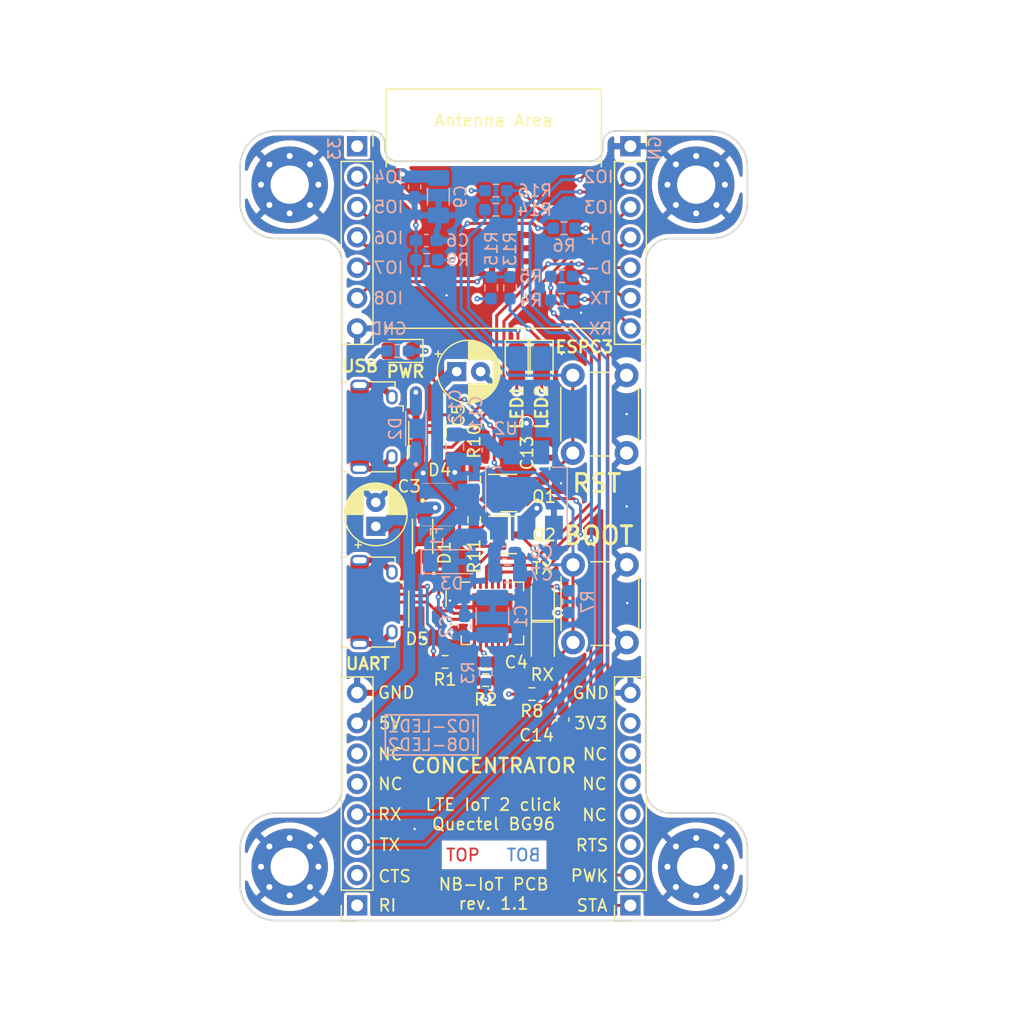
<source format=kicad_pcb>
(kicad_pcb (version 20211014) (generator pcbnew)
  (layers (0 "F.Cu" signal) (1 "In1.Cu" power "GND") (2 "In2.Cu" power "PWR") (31 "B.Cu" signal) (34 "B.Paste" user) (35 "F.Paste" user) (36 "B.SilkS" user "B.Silkscreen") (37 "F.SilkS" user "F.Silkscreen") (38 "B.Mask" user) (39 "F.Mask" user) (44 "Edge.Cuts" user))
  (net 0 "")
  (net 1 "+5V")
  (net 2 "GND")
  (net 3 "+3.3V")
  (net 4 "/EN")
  (net 5 "/GPIO9")
  (net 6 "/USBDP")
  (net 7 "/USBDM")
  (net 8 "VBUS")
  (net 9 "/USB_D-")
  (net 10 "Net-(D8-Pad2)")
  (net 11 "/GPIO3")
  (net 12 "/GPIO10")
  (net 13 "/BG96_RTS")
  (net 17 "/GPIO2")
  (net 18 "/GPIO8")
  (net 19 "/GPIO4")
  (net 20 "/GPIO5")
  (net 21 "/GPIO6")
  (net 22 "/GPIO7")
  (net 23 "/BG96_RI")
  (net 24 "/BG96_CTS")
  (net 25 "/GPIO1")
  (net 26 "/GPIO0")
  (net 29 "Net-(Q2-Pad1)")
  (net 30 "/RTS")
  (net 31 "/DTR")
  (net 32 "Net-(R3-Pad1)")
  (net 33 "/U0RXD")
  (net 34 "/U0TXD")
  (net 41 "Net-(Q1-Pad1)")
  (net 42 "Net-(R4-Pad2)")
  (net 43 "Net-(R5-Pad2)")
  (net 54 "Net-(C4-Pad2)")
  (net 55 "Net-(D6-Pad2)")
  (net 56 "Net-(D6-Pad1)")
  (net 57 "+5V_BG96")
  (net 59 "VBUS2")
  (net 60 "Net-(D7-Pad1)")
  (net 61 "Net-(D7-Pad2)")
  (net 62 "/USB_D+")
  (net 63 "Net-(J3-Pad1)")
  (net 64 "unconnected-(J1-Pad6)")
  (net 65 "unconnected-(J2-Pad6)")
  (net 66 "Net-(R13-Pad2)")
  (net 67 "Net-(LED1-Pad1)")
  (footprint "Connector_USB:USB_Micro-B_Amphenol_10118194_Horizontal" (layer "F.Cu") (at 101.7524 148.463 -90)
    (fp_text reference "J2" hide)
    (fp_text value "USB_UART")
  )
  (footprint "Capacitor_THT:CP_Radial_D5.0mm_P2.00mm" (layer "F.Cu") (at 108.569688 129.1844)
    (fp_text reference "C5")
    (fp_text value "100uF/10V")
  )
  (footprint "Diode_SMD:D_0805_2012Metric_Pad1.15x1.40mm_HandSolder" (layer "F.Cu") (at 113.5888 128.4224 -90)
    (fp_text reference "LED1")
    (fp_text value "USER LED 1")
  )
  (footprint "Diode_SMD:D_0805_2012Metric_Pad1.15x1.40mm_HandSolder" (layer "F.Cu") (at 103.886 127.4572 180)
    (fp_text reference "D8" hide)
    (fp_text value "PWR LED")
  )
  (footprint "Package_TO_SOT_SMD:SOT-23" (layer "F.Cu") (at 112.9284 139.3444)
    (fp_text reference "Q1")
    (fp_text value "BC817")
  )
  (footprint "Resistor_SMD:R_0603_1608Metric_Pad0.98x0.95mm_HandSolder" (layer "F.Cu") (at 110.0328 141.5796 -90)
    (fp_text reference "R11")
    (fp_text value "10k(1%)")
  )
  (footprint "Connector_PinSocket_2.54mm:PinSocket_1x07_P2.54mm_Vertical" (layer "F.Cu") (at 123.1 110.334)
    (fp_text reference "J7" hide)
    (fp_text value "Conn_01x07")
  )
  (footprint "Connector_PinSocket_2.54mm:PinSocket_1x08_P2.54mm_Vertical" (layer "F.Cu") (at 123.1 173.834 180)
    (fp_text reference "J3" hide)
    (fp_text value "Conn_01x08_Female")
  )
  (footprint "Diode_SMD:D_0805_2012Metric_Pad1.15x1.40mm_HandSolder" (layer "F.Cu") (at 115.7732 151.9936 -90)
    (fp_text reference "D7" hide)
    (fp_text value "RX LED")
  )
  (footprint "MountingHole:MountingHole_3.2mm_M3_Pad_Via" (layer "F.Cu") (at 128.6 170.6)
    (fp_text reference "H1" hide)
    (fp_text value "MountingHole_Pad")
  )
  (footprint "MountingHole:MountingHole_3.2mm_M3_Pad_Via" (layer "F.Cu") (at 94.6 170.6)
    (fp_text reference "H2" hide)
    (fp_text value "MountingHole_Pad")
  )
  (footprint "Capacitor_SMD:C_0603_1608Metric_Pad1.08x0.95mm_HandSolder" (layer "F.Cu") (at 115.824 137.2616 -90)
    (fp_text reference "C13")
    (fp_text value "100nF/50V")
  )
  (footprint "Resistor_SMD:R_0603_1608Metric_Pad0.98x0.95mm_HandSolder" (layer "F.Cu") (at 114.8588 156.1592)
    (fp_text reference "R8")
    (fp_text value "1k")
  )
  (footprint "MountingHole:MountingHole_3.2mm_M3_Pad_Via" (layer "F.Cu") (at 94.6 113.55)
    (fp_text reference "H3" hide)
    (fp_text value "MountingHole_Pad")
  )
  (footprint "Package_DFN_QFN:QFN-28-1EP_5x5mm_P0.5mm_EP3.35x3.35mm" (layer "F.Cu") (at 111.5592 149.4028)
    (fp_text reference "U1" hide)
    (fp_text value "CP2102N-Axx-xQFN28")
  )
  (footprint "Diode_SMD:D_0805_2012Metric_Pad1.15x1.40mm_HandSolder" (layer "F.Cu") (at 115.6716 128.4224 -90)
    (fp_text reference "LED2")
    (fp_text value "USER LED 2")
  )
  (footprint "Package_TO_SOT_SMD:SOT-23" (layer "F.Cu") (at 112.9284 142.8496)
    (fp_text reference "Q2")
    (fp_text value "BC817")
  )
  (footprint "MountingHole:MountingHole_3.2mm_M3_Pad_Via" (layer "F.Cu") (at 128.6 113.55)
    (fp_text reference "H4" hide)
    (fp_text value "MountingHole_Pad")
  )
  (footprint "Resistor_SMD:R_0603_1608Metric_Pad0.98x0.95mm_HandSolder" (layer "F.Cu") (at 107.5944 153.4668 180)
    (fp_text reference "R1")
    (fp_text value "22.1k")
  )
  (footprint "Capacitor_SMD:C_0603_1608Metric_Pad1.08x0.95mm_HandSolder" (layer "F.Cu") (at 117.4496 158.2928 90)
    (fp_text reference "C14")
    (fp_text value "100nF/50V")
  )
  (footprint "Diode_SMD:D_0805_2012Metric_Pad1.15x1.40mm_HandSolder" (layer "F.Cu") (at 115.7732 148.1328 90)
    (fp_text reference "D6" hide)
    (fp_text value "TX LED")
  )
  (footprint "snapeda:SOD3715X145N" (layer "F.Cu") (at 105.7148 142.9664 -90)
    (fp_text reference "D1")
    (fp_text value "1N5819HW")
  )
  (footprint "Capacitor_THT:CP_Radial_D5.0mm_P2.00mm" (layer "F.Cu") (at 101.8032 142.128313 90)
    (fp_text reference "C3")
    (fp_text value "100uF/10V")
  )
  (footprint "Button_Switch_THT:SW_PUSH_6mm_H5mm" (layer "F.Cu") (at 122.7776 129.494 -90)
    (fp_text reference "RST1" hide)
    (fp_text value "SW_Push")
  )
  (footprint "Espressif:ESP32-C3-WROOM-02" (layer "F.Cu") (at 111.67 116.811)
    (fp_text reference "U3" hide)
    (fp_text value "ESP32-C3-WROOM-02")
  )
  (footprint "Button_Switch_THT:SW_PUSH_6mm_H5mm" (layer "F.Cu") (at 122.7984 145.34 -90)
    (fp_text reference "BOOT1" hide)
    (fp_text value "SW_Push")
  )
  (footprint "Connector_PinSocket_2.54mm:PinSocket_1x08_P2.54mm_Vertical" (layer "F.Cu") (at 100.24 173.834 180)
    (fp_text reference "J6" hide)
    (fp_text value "Conn_01x08_Female")
  )
  (footprint "Connector_PinSocket_2.54mm:PinSocket_1x07_P2.54mm_Vertical" (layer "F.Cu") (at 100.24 110.334)
    (fp_text reference "J8" hide)
    (fp_text value "Conn_01x07")
  )
  (footprint "Capacitor_SMD:C_0603_1608Metric_Pad1.08x0.95mm_HandSolder" (layer "F.Cu") (at 110.9472 153.4668 180)
    (fp_text reference "C4")
    (fp_text value "1uF/50V")
  )
  (footprint "Package_TO_SOT_SMD:SOT-143_Handsoldering" (layer "F.Cu") (at 106.1212 134.0104 90)
    (fp_text reference "D4")
    (fp_text value "PRTR5V0U2X")
  )
  (footprint "Package_TO_SOT_SMD:SOT-143_Handsoldering" (layer "F.Cu") (at 106.1212 148.1836 90)
    (fp_text reference "D5")
    (fp_text value "PRTR5V0U2X")
  )
  (footprint "Connector_USB:USB_Micro-B_Amphenol_10118194_Horizontal" (layer "F.Cu") (at 101.7524 133.8072 -90)
    (fp_text reference "J1" hide)
    (fp_text value "USB")
  )
  (footprint "Resistor_SMD:R_0603_1608Metric_Pad0.98x0.95mm_HandSolder" (layer "F.Cu") (at 110.998 154.9908 180)
    (fp_text reference "R2")
    (fp_text value "47.5k")
  )
  (footprint "Resistor_SMD:R_0603_1608Metric_Pad0.98x0.95mm_HandSolder" (layer "F.Cu") (at 110.0328 138.176 90)
    (fp_text reference "R10")
    (fp_text value "10k(1%)")
  )
  (footprint "Resistor_SMD:R_0603_1608Metric_Pad0.98x0.95mm_HandSolder" (layer "B.Cu") (at 110.998 154.3812 -90)
    (fp_text reference "R3")
    (fp_text value "1k")
  )
  (footprint "Package_TO_SOT_SMD:SOT-223-3_TabPin2" (layer "B.Cu") (at 114.4016 139.0904 90)
    (fp_text reference "U2")
    (fp_text value "LD1117S33TR_SOT223")
  )
  (footprint "Capacitor_SMD:C_0603_1608Metric_Pad1.08x0.95mm_HandSolder" (layer "B.Cu") (at 109.22 150.4696 -90)
    (fp_text reference "C2")
    (fp_text value "100nF/50V")
  )
  (footprint "lightigo_parts_footprints:FP_for_SD050-16_POLY_FUSE" (layer "B.Cu") (at 106.934 140.3096)
    (fp_text reference "F1")
    (fp_text value "SD050-16_Poly_Fuse")
  )
  (footprint "Resistor_SMD:R_0603_1608Metric_Pad0.98x0.95mm_HandSolder" (layer "B.Cu") (at 117.348 121.2088 180)
    (fp_text reference "R5")
    (fp_text value "0(1%)")
  )
  (footprint "Resistor_SMD:R_0603_1608Metric_Pad0.98x0.95mm_HandSolder" (layer "B.Cu") (at 117.9576 148.4376 90)
    (fp_text reference "R7")
    (fp_text value "1k")
  )
  (footprint "Resistor_SMD:R_0603_1608Metric_Pad0.98x0.95mm_HandSolder" (layer "B.Cu") (at 111.4552 122.174 -90)
    (fp_text reference "R15")
    (fp_text value "10k")
  )
  (footprint "Resistor_SMD:R_0603_1608Metric_Pad0.98x0.95mm_HandSolder" (layer "B.Cu") (at 113.03 122.174 -90)
    (fp_text reference "R13")
    (fp_text value "1k(NC)")
  )
  (footprint "Capacitor_SMD:C_1206_3216Metric_Pad1.33x1.80mm_HandSolder" (layer "B.Cu") (at 107.0356 114.554 90)
    (fp_text reference "C9")
    (fp_text value "10uF/50V")
  )
  (footprint "Resistor_SMD:R_0603_1608Metric_Pad0.98x0.95mm_HandSolder" (layer "B.Cu") (at 103.632 127.4572 180)
    (fp_text reference "R12" hide)
    (fp_text value "1k")
  )
  (footprint "Resistor_SMD:R_0603_1608Metric_Pad0.98x0.95mm_HandSolder" (layer "B.Cu") (at 117.5512 117.1956 180)
    (fp_text reference "R6")
    (fp_text value "0(1%)(NC)")
  )
  (footprint "Capacitor_SMD:C_0603_1608Metric_Pad1.08x0.95mm_HandSolder" (layer "B.Cu") (at 106.03 118.22)
    (fp_text reference "C6")
    (fp_text value "1uF/50V")
  )
  (footprint "Capacitor_SMD:C_0603_1608Metric_Pad1.08x0.95mm_HandSolder" (layer "B.Cu") (at 112.5728 144.3228)
    (fp_text reference "C8")
    (fp_text value "100nF/50V")
  )
  (footprint "Resistor_SMD:R_0603_1608Metric_Pad0.98x0.95mm_HandSolder" (layer "B.Cu") (at 111.8362 115.6462 180)
    (fp_text reference "R14")
    (fp_text value "1k(NC)")
  )
  (footprint "Capacitor_SMD:C_1210_3225Metric_Pad1.33x2.70mm_HandSolder" (layer "B.Cu") (at 111.5568 149.6568 -90)
    (fp_text reference "C1")
    (fp_text value "4.7uF")
  )
  (footprint "Resistor_SMD:R_0603_1608Metric_Pad0.98x0.95mm_HandSolder" (layer "B.Cu") (at 117.348 123.19 180)
    (fp_text reference "R4")
    (fp_text value "0(1%)")
  )
  (footprint "Diode_SMD:D_MiniMELF" (layer "B.Cu") (at 108.1532 145.0848)
    (fp_text reference "D3")
    (fp_text value "BZV55C15")
  )
  (footprint "snapeda:SOD3715X145N" (layer "B.Cu") (at 105.156 133.9444 90)
    (fp_text reference "D2")
    (fp_text value "1N5819HW")
  )
  (footprint "Capacitor_SMD:C_0603_1608Metric_Pad1.08x0.95mm_HandSolder" (layer "B.Cu") (at 105.0544 113.7412 -90)
    (fp_text reference "C10" hide)
    (fp_text value "100nF/50V")
  )
  (footprint "Capacitor_SMD:C_0603_1608Metric_Pad1.08x0.95mm_HandSolder" (layer "B.Cu") (at 110.1852 135.7376 -90)
    (fp_text reference "C11")
    (fp_text value "100nF/50V")
  )
  (footprint "Capacitor_SMD:C_0805_2012Metric_Pad1.18x1.45mm_HandSolder" (layer "B.Cu") (at 108.4072 135.4836 -90)
    (fp_text reference "C12")
    (fp_text value "10uF/50V")
  )
  (footprint "Resistor_SMD:R_0603_1608Metric_Pad0.98x0.95mm_HandSolder" (layer "B.Cu") (at 111.85 114.05 180)
    (fp_text reference "R16")
    (fp_text value "10k(NC)")
  )
  (footprint "Resistor_SMD:R_0603_1608Metric_Pad0.98x0.95mm_HandSolder" (layer "B.Cu") (at 106.07155 119.84 180)
    (fp_text reference "R9")
    (fp_text value "10k(1%)")
  )
  (footprint "Capacitor_SMD:C_0805_2012Metric_Pad1.18x1.45mm_HandSolder" (layer "B.Cu") (at 112.8268 146.1008)
    (fp_text reference "C7")
    (fp_text value "10uF/50V")
  )
  (gr_rect (start 110.35 157.9) (end 102.6 161.25) (layer "B.SilkS") (width 0.15) (fill none))
  (gr_line locked (start 103.595 111.6) (end 119.75 111.6) (layer "Edge.Cuts") (width 0.15))
  (gr_line locked (start 90.4584 172.104609) (end 90.4584 169.104609) (layer "Edge.Cuts") (width 0.15))
  (gr_line locked (start 132.8838 169.104609) (end 132.8838 172.104609) (layer "Edge.Cuts") (width 0.15))
  (gr_line locked (start 129.8838 109.06) (end 124.3838 109.06) (layer "Edge.Cuts") (width 0.15))
  (gr_line (start 102.56 110.09) (end 102.56 110.56) (layer "Edge.Cuts") (width 0.15))
  (gr_arc locked (start 90.4584 112.05) (mid 91.33708 109.92868) (end 93.4584 109.05) (layer "Edge.Cuts") (width 0.15))
  (gr_line locked (start 124.3838 175.104609) (end 129.8838 175.104609) (layer "Edge.Cuts") (width 0.15))
  (gr_arc locked (start 126.3838 166.104609) (mid 124.969586 165.518823) (end 124.3838 164.104609) (layer "Edge.Cuts") (width 0.15))
  (gr_arc locked (start 93.4584 175.104609) (mid 91.33708 174.225929) (end 90.4584 172.104609) (layer "Edge.Cuts") (width 0.15))
  (gr_line locked (start 132.8838 112.06) (end 132.8838 115.06) (layer "Edge.Cuts") (width 0.15))
  (gr_arc locked (start 98.9584 164.104609) (mid 98.372614 165.518823) (end 96.9584 166.104609) (layer "Edge.Cuts") (width 0.15))
  (gr_line (start 120.79 110.56) (end 120.79 110.1) (layer "Edge.Cuts") (width 0.15))
  (gr_line (start 121.83 109.06) (end 124.3838 109.06) (layer "Edge.Cuts") (width 0.15))
  (gr_line locked (start 124.3838 175.104609) (end 98.9584 175.104609) (layer "Edge.Cuts") (width 0.15))
  (gr_line locked (start 101.51 109.05) (end 98.9584 109.05) (layer "Edge.Cuts") (width 0.15))
  (gr_arc locked (start 93.4584 118.05) (mid 91.33708 117.17132) (end 90.4584 115.05) (layer "Edge.Cuts") (width 0.15))
  (gr_arc locked (start 103.595 111.6) (mid 102.862109 111.294356) (end 102.56 110.56) (layer "Edge.Cuts") (width 0.15))
  (gr_arc locked (start 129.8838 166.104609) (mid 132.00512 166.983289) (end 132.8838 169.104609) (layer "Edge.Cuts") (width 0.15))
  (gr_line locked (start 96.9584 118.05) (end 93.4584 118.05) (layer "Edge.Cuts") (width 0.15))
  (gr_arc locked (start 132.8838 172.104609) (mid 132.00512 174.225929) (end 129.8838 175.104609) (layer "Edge.Cuts") (width 0.15))
  (gr_line (start 124.3838 120.06) (end 124.3838 164.104609) (layer "Edge.Cuts") (width 0.15))
  (gr_line locked (start 126.3838 166.104609) (end 129.8838 166.104609) (layer "Edge.Cuts") (width 0.15))
  (gr_line locked (start 93.4584 175.104609) (end 98.9584 175.104609) (layer "Edge.Cuts") (width 0.15))
  (gr_arc locked (start 120.79 110.1) (mid 121.094609 109.364609) (end 121.83 109.06) (layer "Edge.Cuts") (width 0.15))
  (gr_arc locked (start 129.8838 109.06) (mid 132.00512 109.93868) (end 132.8838 112.06) (layer "Edge.Cuts") (width 0.15))
  (gr_line locked (start 129.8838 118.06) (end 126.3838 118.06) (layer "Edge.Cuts") (width 0.15))
  (gr_line locked (start 98.9584 109.05) (end 93.4584 109.05) (layer "Edge.Cuts") (width 0.15))
  (gr_line locked (start 90.4584 115.05) (end 90.4584 112.05) (layer "Edge.Cuts") (width 0.15))
  (gr_arc (start 101.51 109.05) (mid 102.250391 109.352538) (end 102.56 110.09) (layer "Edge.Cuts") (width 0.15))
  (gr_arc locked (start 132.8838 115.06) (mid 132.00512 117.18132) (end 129.8838 118.06) (layer "Edge.Cuts") (width 0.15))
  (gr_line (start 98.9584 120.05) (end 98.9584 164.104609) (layer "Edge.Cuts") (width 0.15))
  (gr_arc locked (start 96.9584 118.05) (mid 98.372614 118.635786) (end 98.9584 120.05) (layer "Edge.Cuts") (width 0.15))
  (gr_line locked (start 93.4584 166.104609) (end 96.9584 166.104609) (layer "Edge.Cuts") (width 0.15))
  (gr_arc locked (start 90.4584 169.104609) (mid 91.33708 166.983289) (end 93.4584 166.104609) (layer "Edge.Cuts") (width 0.15))
  (gr_arc locked (start 120.79 110.56) (mid 120.485391 111.295391) (end 119.75 111.6) (layer "Edge.Cuts") (width 0.15))
  (gr_arc locked (start 124.3838 120.06) (mid 124.969586 118.645786) (end 126.3838 118.06) (layer "Edge.Cuts") (width 0.15))
  (gr_text "TOP" (at 109.093 169.6212) (layer "F.Cu") (effects (font (size 1 1))))
  (gr_text "BOT" (at 114.173 169.6212) (layer "B.Cu") (effects (font (size 1 1)) (justify mirror)))
  (gr_text "TX" (at 120.6 123.05) (layer "B.SilkS") (effects (font (size 1 1)) (justify mirror)))
  (gr_text "IO7" (at 102.87 120.4976) (layer "B.SilkS") (effects (font (size 1 1)) (justify mirror)))
  (gr_text "IO2-LED1\n" (at 106.5 158.85) (layer "B.SilkS") (effects (font (size 1 1)) (justify mirror)))
  (gr_text "IO2" (at 120.45 112.9) (layer "B.SilkS") (effects (font (size 1 1)) (justify mirror)))
  (gr_text "IO6" (at 102.87 118.0084) (layer "B.SilkS") (effects (font (size 1 1)) (justify mirror)))
  (gr_text "33" (at 98.35 110.55 90) (layer "B.SilkS") (effects (font (size 1 1)) (justify mirror)))
  (gr_text "D+" (at 120.4468 118.0084) (layer "B.SilkS") (effects (font (size 1 1)) (justify mirror)))
  (gr_text "D-" (at 120.4468 120.4976) (layer "B.SilkS") (effects (font (size 1 1)) (justify mirror)))
  (gr_text "IO3" (at 120.45 115.45) (layer "B.SilkS") (effects (font (size 1 1)) (justify mirror)))
  (gr_text "IO8" (at 102.85 123.05) (layer "B.SilkS") (effects (font (size 1 1)) (justify mirror)))
  (gr_text "RX" (at 120.6 125.6) (layer "B.SilkS") (effects (font (size 1 1)) (justify mirror)))
  (gr_text "GN" (at 125.15 110.5 90) (layer "B.SilkS") (effects (font (size 1 1)) (justify mirror)))
  (gr_text "GND" (at 102.87 125.6) (layer "B.SilkS") (effects (font (size 1 1)) (justify mirror)))
  (gr_text "IO4" (at 102.87 112.9284) (layer "B.SilkS") (effects (font (size 1 1)) (justify mirror)))
  (gr_text "IO5" (at 102.87 115.4176) (layer "B.SilkS") (effects (font (size 1 1)) (justify mirror)))
  (gr_text "IO8-LED2" (at 106.5 160.4) (layer "B.SilkS") (effects (font (size 1 1)) (justify mirror)))
  (gr_text "GND" (at 103.51 156.04) (layer "F.SilkS") (effects (font (size 1 1))))
  (gr_text "NC" (at 103.0224 161.1884) (layer "F.SilkS") (effects (font (size 1 1))))
  (gr_text "LTE IoT 2 click" (at 111.6584 165.4048) (layer "F.SilkS") (effects (font (size 1 1))))
  (gr_text "Quectel BG96" (at 111.6584 167.0304) (layer "F.SilkS") (effects (font (size 1 1))))
  (gr_text "CTS" (at 103.378 171.3992) (layer "F.SilkS") (effects (font (size 1 1))))
  (gr_text "NC" (at 120.0912 163.6776) (layer "F.SilkS") (effects (font (size 1 1))))
  (gr_text "RI" (at 102.7684 173.8376) (layer "F.SilkS") (effects (font (size 1 1))))
  (gr_text "PWK" (at 119.6848 171.3484) (layer "F.SilkS") (effects (font (size 1 1))))
  (gr_text "TX" (at 102.9716 168.7576) (layer "F.SilkS") (effects (font (size 1 1))))
  (gr_text "ESPC3" (at 119.25 127.12) (layer "F.SilkS") (effects (font (size 1 1) (thickness 0.2))))
  (gr_text "3V3" (at 119.7864 158.5976) (layer "F.SilkS") (effects (font (size 1 1))))
  (gr_text "NB-IoT PCB\nrev. 1.1" (at 111.6584 172.8724) (layer "F.SilkS") (effects (font (size 1 1))))
  (gr_text "PWR" (at 104.2924 129.1844) (layer "F.SilkS") (effects (font (size 1 1) (thickness 0.2))))
  (gr_text "RTS" (at 119.888 168.8084) (layer "F.SilkS") (effects (font (size 1 1))))
  (gr_text "GND" (at 119.7864 156.0576) (layer "F.SilkS") (effects (font (size 1 1))))
  (gr_text "NC" (at 103.0224 163.6776) (layer "F.SilkS") (effects (font (size 1 1))))
  (gr_text "RX" (at 102.9716 166.2176) (layer "F.SilkS") (effects (font (size 1 1))))
  (gr_text "BOOT" (at 120.4468 142.9004) (layer "F.SilkS") (effects (font (size 1.5 1.5) (thickness 0.25))))
  (gr_text "USB" (at 100.4824 128.7272) (layer "F.SilkS") (effects (font (size 1 1) (thickness 0.2))))
  (gr_text "CONCENTRATOR" (at 111.6584 162.1536) (layer "F.SilkS") (effects (font (size 1.2 1.2) (thickness 0.2))))
  (gr_text "RX" (at 115.7224 154.5336) (layer "F.SilkS") (effects (font (size 1 1))))
  (gr_text "NC" (at 120.142 161.1884) (layer "F.SilkS") (effects (font (size 1 1))))
  (gr_text "5V" (at 102.9716 158.5976) (layer "F.SilkS") (effects (font (size 1 1))))
  (gr_text "UART" (at 101.1428 153.6192) (layer "F.SilkS") (effects (font (size 1 1) (thickness 0.2))))
  (gr_text "RST" (at 120.2944 138.5316) (layer "F.SilkS") (effects (font (size 1.5 1.5) (thickness 0.25))))
  (gr_text "STA" (at 119.888 173.8376) (layer "F.SilkS") (effects (font (size 1 1))))
  (gr_text "TX" (at 115.7224 145.6436) (layer "F.SilkS") (effects (font (size 1 1))))
  (gr_text "NC" (at 120.0912 166.2684) (layer "F.SilkS") (effects (font (size 1 1))))
  (segment (start 112.1016 142.2404) (end 111.7604 142.2404) (width 1) (layer "B.Cu") (net 1))
  (segment (start 111.7604 142.2404) (end 109.8296 140.3096) (width 1) (layer "B.Cu") (net 1))
  (segment (start 112.1156 143.6116) (end 112.1156 142.2544) (width 1) (layer "B.Cu") (net 1))
  (segment (start 112.1524 142.9144) (end 112.1156 142.9512) (width 0.25) (layer "B.Cu") (net 1))
  (segment (start 108.3056 129.1844) (end 108.671288 129.1844) (width 1) (layer "B.Cu") (net 1))
  (segment (start 106.3524 143.5062) (end 109.549 140.3096) (width 1) (layer "B.Cu") (net 1))
  (segment (start 111.7893 146.1008) (end 111.7092 146.0207) (width 0.7) (layer "B.Cu") (net 1))
  (segment (start 109.8296 140.3096) (end 109.549 140.3096) (width 1) (layer "B.Cu") (net 1))
  (segment (start 106.934 138.2268) (end 106.934 130.556) (width 1) (layer "B.Cu") (net 1))
  (segment (start 106.934 130.556) (end 108.3056 129.1844) (width 1) (layer "B.Cu") (net 1))
  (segment (start 106.3524 145.0848) (end 106.3524 143.5062) (width 1) (layer "B.Cu") (net 1))
  (segment (start 111.7103 144.0169) (end 112.1156 143.6116) (width 1) (layer "B.Cu") (net 1))
  (segment (start 111.7103 144.3228) (end 111.7103 144.0169) (width 0.7) (layer "B.Cu") (net 1))
  (segment (start 109.549 140.3096) (end 109.0168 140.3096) (width 1) (layer "B.Cu") (net 1))
  (segment (start 111.7092 146.0207) (end 111.7092 144.3239) (width 1) (layer "B.Cu") (net 1))
  (segment (start 109.0168 140.3096) (end 106.934 138.2268) (width 1) (layer "B.Cu") (net 1))
  (segment (start 108.0008 148.336) (end 108.5676 148.9028) (width 0.35) (layer "F.Cu") (net 2))
  (segment (start 109.1092 148.9028) (end 111.0592 148.9028) (width 0.35) (layer "F.Cu") (net 2))
  (segment (start 105.3712 135.5104) (end 105.3712 137.2736) (width 1) (layer "F.Cu") (net 2))
  (segment (start 105.3712 151.0404) (end 105.3712 149.6836) (width 1) (layer "F.Cu") (net 2))
  (segment (start 108.5676 148.9028) (end 109.1092 148.9028) (width 0.35) (layer "F.Cu") (net 2))
  (segment (start 105.8418 151.511) (end 105.3712 151.0404) (width 1) (layer "F.Cu") (net 2))
  (segment (start 111.0592 148.9028) (end 111.5592 149.4028) (width 0.25) (layer "F.Cu") (net 2))
  (segment (start 103.1524 149.763) (end 105.2918 149.763) (width 0.5) (layer "F.Cu") (net 2))
  (segment (start 103.1524 135.1072) (end 104.968 135.1072) (width 0.5) (layer "F.Cu") (net 2))
  (segment (start 105.3712 137.2736) (end 105.7656 137.668) (width 1) (layer "F.Cu") (net 2))
  (segment (start 104.968 135.1072) (end 105.422 135.5612) (width 0.5) (layer "F.Cu") (net 2))
  (via (at 122.8344 148.5392) (size 0.46) (drill 0.2) (layers "F.Cu" "B.Cu") (net 2))
  (via (at 105.8418 151.511) (size 0.6) (drill 0.3) (layers "F.Cu" "B.Cu") (net 2))
  (via (at 117.2972 138.5316) (size 0.46) (drill 0.2) (layers "F.Cu" "B.Cu") (net 2))
  (via (at 122.7836 132.7404) (size 0.46) (drill 0.2) (layers "F.Cu" "B.Cu") (net 2))
  (via (at 122.7836 140.462) (size 0.46) (drill 0.2) (layers "F.Cu" "B.Cu") (net 2))
  (via (at 120.904 171.8564) (size 0.46) (drill 0.2) (layers "F.Cu" "B.Cu") (net 2))
  (via (at 107.7214 122.809) (size 0.46) (drill 0.2) (layers "F.Cu" "B.Cu") (net 2))
  (via (at 117.348 127.7112) (size 0.46) (drill 0.2) (layers "F.Cu" "B.Cu") (net 2))
  (via (at 116.2304 133.5532) (size 0.46) (drill 0.2) (layers "F.Cu" "B.Cu") (net 2))
  (via (at 105.0544 167.4368) (size 0.46) (drill 0.2) (layers "F.Cu" "B.Cu") (net 2))
  (via (at 108.0008 148.336) (size 0.46) (drill 0.2) (layers "F.Cu" "B.Cu") (net 2))
  (via (at 108.4072 137.6172) (size 0.7) (drill 0.4) (layers "F.Cu" "B.Cu") (net 2))
  (via (at 118.9736 124.2568) (size 0.46) (drill 0.2) (layers "F.Cu" "B.Cu") (net 2))
  (via (at 105.7656 137.668) (size 0.7) (drill 0.4) (layers "F.Cu" "B.Cu") (net 2))
  (segment (start 113.8643 146.1008) (end 113.8643 144.7518) (width 1) (layer "B.Cu") (net 2))
  (segment (start 108.4072 136.5211) (end 110.1062 136.5211) (width 1) (layer "B.Cu") (net 2))
  (segment (start 108.4072 137.6172) (end 108.4072 136.5211) (width 1) (layer "B.Cu") (net 2))
  (segment (start 113.8643 144.7518) (end 113.4353 144.3228) (width 1) (layer "B.Cu") (net 2))
  (segment (start 104.0384 112.6744) (end 102.9334 112.6744) (width 1) (layer "F.Cu") (net 3))
  (segment (start 108.3438 150.787) (end 109.1184 150.787) (width 0.7) (layer "F.Cu") (net 3))
  (segment (start 108.1532 150.9776) (end 108.3438 150.787) (width 0.7) (layer "F.Cu") (net 3))
  (segment (start 112.9284 156.1592) (end 113.9933 156.1592) (width 0.25) (layer "F.Cu") (net 3))
  (segment (start 113.5888 129.4474) (end 113.5888 130.81) (width 0.25) (layer "F.Cu") (net 3))
  (segment (start 109.1184 150.5586) (end 109.1184 150.787) (width 0.6) (layer "F.Cu") (net 3))
  (segment (start 115.6716 129.4474) (end 115.6716 130.81) (width 0.25) (layer "F.Cu") (net 3))
  (segment (start 102.9334 112.6744) (end 102.92 112.661) (width 0.25) (layer "F.Cu") (net 3))
  (via (at 105.9688 127.4572) (size 0.46) (drill 0.2) (layers "F.Cu" "B.Cu") (net 3))
  (via (at 113.5888 130.81) (size 0.46) (drill 0.2) (layers "F.Cu" "B.Cu") (net 3))
  (via (at 104.0384 112.6744) (size 0.7) (drill 0.4) (layers "F.Cu" "B.Cu") (net 3))
  (via (at 112.9265 156.1611) (size 0.46) (drill 0.2) (layers "F.Cu" "B.Cu") (net 3))
  (via (at 110.998 156.5656) (size 0.46) (drill 0.2) (layers "F.Cu" "B.Cu") (net 3))
  (via (at 110.2868 123.0884) (size 0.46) (drill 0.2) (layers "F.Cu" "B.Cu") (net 3))
  (via (at 115.6716 130.81) (size 0.46) (drill 0.2) (layers "F.Cu" "B.Cu") (net 3))
  (via (at 117.0432 149.352) (size 0.46) (drill 0.2) (layers "F.Cu" "B.Cu") (net 3))
  (via (at 108.1532 150.9776) (size 0.6) (drill 0.3) (layers "F.Cu" "B.Cu") (net 3))
  (via (at 115.2652 140.6144) (size 0.7) (drill 0.4) (layers "F.Cu" "B.Cu") (net 3))
  (via (at 108.204 119.8372) (size 0.46) (drill 0.2) (layers "F.Cu" "B.Cu") (net 3))
  (via (at 109.8 114.05) (size 0.46) (drill 0.2) (layers "F.Cu" "B.Cu") (net 3))
  (via (at 114.4016 133.5024) (size 0.7) (drill 0.4) (layers "F.Cu" "B.Cu") (net 3))
  (segment (start 104.2427 112.8787) (end 104.0384 112.6744) (width 1) (layer "B.Cu") (net 3))
  (segment (start 105.0544 112.8787) (end 104.2427 112.8787) (width 1) (layer "B.Cu") (net 3))
  (segment (start 109.7777 134.4676) (end 108.4287 134.4676) (width 1) (layer "B.Cu") (net 3))
  (segment (start 110.2868 123.0884) (end 111.4533 123.0884) (width 0.25) (layer "B.Cu") (net 3))
  (segment (start 106.9228 112.8787) (end 107.0356 112.9915) (width 0.7) (layer "B.Cu") (net 3))
  (segment (start 111.4533 123.0884) (end 111.4552 123.0865) (width 0.25) (layer "B.Cu") (net 3))
  (segment (start 110.9375 114.05) (end 109.8 114.05) (width 0.25) (layer "B.Cu") (net 3))
  (segment (start 115.2652 140.6144) (end 114.4016 141.478) (width 1) (layer "B.Cu") (net 3))
  (segment (start 110.998 155.2937) (end 110.998 156.5656) (width 0.25) (layer "B.Cu") (net 3))
  (segment (start 106.98405 119.84) (end 108.2012 119.84) (width 0.25) (layer "B.Cu") (net 3))
  (segment (start 109.22 151.3321) (end 111.444 151.3321) (width 0.7) (layer "B.Cu") (net 3))
  (segment (start 110.1852 134.8751) (end 109.7777 134.4676) (width 1) (layer "B.Cu") (net 3))
  (segment (start 111.444 151.3321) (end 111.5568 151.2193) (width 0.7) (layer "B.Cu") (net 3))
  (segment (start 114.4016 141.478) (end 114.4016 142.2404) (width 1) (layer "B.Cu") (net 3))
  (segment (start 117.0451 149.3501) (end 117.9576 149.3501) (width 0.25) (layer "B.Cu") (net 3))
  (segment (start 108.2012 119.84) (end 108.204 119.8372) (width 0.25) (layer "B.Cu") (net 3))
  (segment (start 114.4016 135.9404) (end 114.4016 133.5024) (width 1) (layer "B.Cu") (net 3))
  (segment (start 105.0544 112.8787) (end 106.9228 112.8787) (width 1) (layer "B.Cu") (net 3))
  (segment (start 117.0432 149.352) (end 117.0451 149.3501) (width 0.25) (layer "B.Cu") (net 3))
  (segment (start 104.5445 127.4572) (end 105.9688 127.4572) (width 0.5) (layer "B.Cu") (net 3))
  (segment (start 111.095119 134.8751) (end 110.1852 134.8751) (width 1) (layer "B.Cu") (net 3))
  (segment (start 108.5077 151.3321) (end 109.22 151.3321) (width 0.7) (layer "B.Cu") (net 3))
  (segment (start 108.1532 150.9776) (end 108.5077 151.3321) (width 0.7) (layer "B.Cu") (net 3))
  (segment (start 112.160419 135.9404) (end 111.095119 134.8751) (width 1) (layer "B.Cu") (net 3))
  (segment (start 114.4016 135.9404) (end 112.160419 135.9404) (width 1) (layer "B.Cu") (net 3))
  (segment (start 113.8659 139.3444) (end 115.0862 138.1241) (width 0.25) (layer "F.Cu") (net 4))
  (segment (start 115.0862 138.1241) (end 116.1475 138.1241) (width 0.25) (layer "F.Cu") (net 4))
  (segment (start 105.156 116.9416) (end 105.156 115.4176) (width 0.25) (layer "F.Cu") (net 4))
  (segment (start 105.156 115.4176) (end 103.8994 114.161) (width 0.25) (layer "F.Cu") (net 4))
  (segment (start 116.1475 138.1241) (end 118.2776 135.994) (width 0.25) (layer "F.Cu") (net 4))
  (segment (start 103.8994 114.161) (end 102.92 114.161) (width 0.25) (layer "F.Cu") (net 4))
  (segment (start 118.2776 135.994) (end 118.2776 129.494) (width 0.25) (layer "F.Cu") (net 4))
  (via (at 105.156 116.9416) (size 0.46) (drill 0.2) (layers "F.Cu" "B.Cu") (net 4))
  (segment (start 105.15905 121.71755) (end 105.1579 121.7187) (width 0.25) (layer "B.Cu") (net 4))
  (segment (start 112.9332 129.494) (end 118.2776 129.494) (width 0.25) (layer "B.Cu") (net 4))
  (segment (start 105.1675 118.22) (end 105.1675 119.83155) (width 0.25) (layer "B.Cu") (net 4))
  (segment (start 105.156 116.9416) (end 105.1683 116.9539) (width 0.25) (layer "B.Cu") (net 4))
  (segment (start 105.1675 119.83155) (end 105.15905 119.84) (width 0.25) (layer "B.Cu") (net 4))
  (segment (start 105.1579 121.7187) (end 112.9332 129.494) (width 0.25) (layer "B.Cu") (net 4))
  (segment (start 105.1675 116.9531) (end 105.156 116.9416) (width 0.25) (layer "B.Cu") (net 4))
  (segment (start 105.1675 118.22) (end 105.1675 116.9531) (width 0.25) (layer "B.Cu") (net 4))
  (segment (start 105.15905 119.84) (end 105.15905 121.71755) (width 0.25) (layer "B.Cu") (net 4))
  (segment (start 106.6292 125.73) (end 104.0602 123.161) (width 0.25) (layer "F.Cu") (net 5))
  (segment (start 106.6292 129.8956) (end 106.6292 125.73) (width 0.25) (layer "F.Cu") (net 5))
  (segment (start 118.2984 151.84) (end 118.2984 145.34) (width 0.25) (layer "F.Cu") (net 5))
  (segment (start 104.0602 123.161) (end 102.92 123.161) (width 0.25) (layer "F.Cu") (net 5))
  (segment (start 114.9604 143.9672) (end 114.9604 143.9441) (width 0.25) (layer "F.Cu") (net 5))
  (segment (start 111.7092 136.8044) (end 111.7092 134.0104) (width 0.25) (layer "F.Cu") (net 5))
  (segment (start 117.4496 157.4303) (end 117.4496 152.6888) (width 0.25) (layer "F.Cu") (net 5))
  (segment (start 109.22 131.5212) (end 108.2548 131.5212) (width 0.25) (layer "F.Cu") (net 5))
  (segment (start 111.7092 134.0104) (end 111.3536 133.6548) (width 0.25) (layer "F.Cu") (net 5))
  (segment (start 108.2548 131.5212) (end 106.6292 129.8956) (width 0.25) (layer "F.Cu") (net 5))
  (segment (start 117.4496 152.6888) (end 118.2984 151.84) (width 0.25) (layer "F.Cu") (net 5))
  (segment (start 114.9604 143.9441) (end 113.8659 142.8496) (width 0.25) (layer "F.Cu") (net 5))
  (via (at 109.22 131.5212) (size 0.46) (drill 0.2) (layers "F.Cu" "B.Cu") (net 5))
  (via (at 111.3536 133.6548) (size 0.46) (drill 0.2) (layers "F.Cu" "B.Cu") (net 5))
  (via (at 114.9604 143.9672) (size 0.46) (drill 0.2) (layers "F.Cu" "B.Cu") (net 5))
  (via (at 111.7092 136.8044) (size 0.46) (drill 0.2) (layers "F.Cu" "B.Cu") (net 5))
  (segment (start 118.2984 140.752) (end 118.2984 145.34) (width 0.25) (layer "B.Cu") (net 5))
  (segment (start 115.3668 137.8204) (end 118.2984 140.752) (width 0.25) (layer "B.Cu") (net 5))
  (segment (start 111.7092 136.906) (end 111.7092 136.8044) (width 0.25) (layer "B.Cu") (net 5))
  (segment (start 114.9604 143.9672) (end 116.3332 145.34) (width 0.25) (layer "B.Cu") (net 5))
  (segment (start 116.3332 145.34) (end 118.2984 145.34) (width 0.25) (layer "B.Cu") (net 5))
  (segment (start 115.1636 137.6172) (end 112.4204 137.6172) (width 0.25) (layer "B.Cu") (net 5))
  (segment (start 112.4204 137.6172) (end 111.7092 136.906) (width 0.25) (layer "B.Cu") (net 5))
  (segment (start 109.22 131.5212) (end 111.3536 133.6548) (width 0.25) (layer "B.Cu") (net 5))
  (segment (start 115.3668 137.8204) (end 115.1636 137.6172) (width 0.25) (layer "B.Cu") (net 5))
  (segment (start 106.0958 148.463) (end 106.8324 149.1996) (width 0.25) (layer "F.Cu") (net 6))
  (segment (start 108.328489 149.4028) (end 109.1092 149.4028) (width 0.25) (layer "F.Cu") (net 6))
  (segment (start 108.125289 149.1996) (end 108.328489 149.4028) (width 0.25) (layer "F.Cu") (net 6))
  (segment (start 103.1524 148.463) (end 106.0958 148.463) (width 0.25) (layer "F.Cu") (net 6))
  (segment (start 106.8324 149.1996) (end 108.125289 149.1996) (width 0.25) (layer "F.Cu") (net 6))
  (segment (start 107.958 149.9028) (end 109.1092 149.9028) (width 0.25) (layer "F.Cu") (net 7))
  (segment (start 107.0712 146.986298) (end 107.0712 146.6836) (width 0.25) (layer "F.Cu") (net 7))
  (segment (start 103.1524 147.813) (end 104.5462 147.813) (width 0.25) (layer "F.Cu") (net 7))
  (segment (start 104.5462 147.813) (end 104.6628 147.9296) (width 0.25) (layer "F.Cu") (net 7))
  (segment (start 107.95 149.9108) (end 107.958 149.9028) (width 0.25) (layer "F.Cu") (net 7))
  (segment (start 107.0356 148.0312) (end 107.0712 147.9956) (width 0.25) (layer "F.Cu") (net 7))
  (segment (start 107.0712 147.9956) (end 107.0712 146.6836) (width 0.25) (layer "F.Cu") (net 7))
  (segment (start 106.127898 147.9296) (end 107.0712 146.986298) (width 0.25) (layer "F.Cu") (net 7))
  (segment (start 104.6628 147.9296) (end 106.127898 147.9296) (width 0.25) (layer "F.Cu") (net 7))
  (via (at 107.95 149.9108) (size 0.46) (drill 0.2) (layers "F.Cu" "B.Cu") (net 7))
  (via (at 107.0356 148.0312) (size 0.46) (drill 0.2) (layers "F.Cu" "B.Cu") (net 7))
  (segment (start 107.95 149.9108) (end 107.0356 148.9964) (width 0.25) (layer "B.Cu") (net 7))
  (segment (start 107.0356 148.9964) (end 107.0356 148.0312) (width 0.25) (layer "B.Cu") (net 7))
  (segment (start 105.1506 147.163) (end 105.1712 147.1836) (width 0.5) (layer "F.Cu") (net 8))
  (segment (start 106.113458 147.159858) (end 106.089716 147.1836) (width 0.25) (layer "F.Cu") (net 8))
  (segment (start 105.1712 144.9868) (end 105.1712 145.7808) (width 1) (layer "F.Cu") (net 8))
  (segment (start 103.1524 147.163) (end 105.1506 147.163) (width 0.5) (layer "F.Cu") (net 8))
  (segment (start 105.1712 144.9868) (end 105.5116 144.6464) (width 1) (layer "F.Cu") (net 8))
  (segment (start 106.6292 152.5524) (end 106.6292 153.4141) (width 0.25) (layer "F.Cu") (net 8))
  (segment (start 106.6292 153.4141) (end 106.6819 153.4668) (width 0.5) (layer "F.Cu") (net 8))
  (segment (start 106.089716 147.1836) (end 105.1712 147.1836) (width 0.25) (layer "F.Cu") (net 8))
  (via (at 106.113458 147.159858) (size 0.46) (drill 0.2) (layers "F.Cu" "B.Cu") (net 8))
  (via (at 106.6292 152.5524) (size 0.46) (drill 0.2) (layers "F.Cu" "B.Cu") (net 8))
  (segment (start 106.113458 150.258658) (end 106.6292 150.7744) (width 0.25) (layer "B.Cu") (net 8))
  (segment (start 106.6292 150.7744) (end 106.6292 152.5524) (width 0.25) (layer "B.Cu") (net 8))
  (segment (start 106.113458 147.159858) (end 106.113458 150.258658) (width 0.25) (layer "B.Cu") (net 8))
  (segment (start 120.3882 120.1928) (end 120.42 120.161) (width 0.25) (layer "F.Cu") (net 9))
  (segment (start 106.68 133.7056) (end 107.0712 133.3144) (width 0.25) (layer "F.Cu") (net 9))
  (segment (start 121.371 120.161) (end 121.694 120.484) (width 0.25) (layer "F.Cu") (net 9))
  (segment (start 103.0836 133.1572) (end 103.9472 133.1572) (width 0.25) (layer "F.Cu") (net 9))
  (segment (start 107.0712 133.3144) (end 107.0712 132.5104) (width 0.25) (layer "F.Cu") (net 9))
  (segment (start 118.7704 120.1928) (end 120.3882 120.1928) (width 0.25) (layer "F.Cu") (net 9))
  (segment (start 104.4956 133.7056) (end 106.68 133.7056) (width 0.25) (layer "F.Cu") (net 9))
  (segment (start 111.9124 124.5108) (end 116.2304 120.1928) (width 0.25) (layer "F.Cu") (net 9))
  (segment (start 111.9124 130.6576) (end 111.9124 124.5108) (width 0.25) (layer "F.Cu") (net 9))
  (segment (start 109.7664 132.8036) (end 111.9124 130.6576) (width 0.25) (layer "F.Cu") (net 9))
  (segment (start 121.694 120.484) (end 123.1 120.484) (width 0.25) (layer "F.Cu") (net 9))
  (segment (start 103.9472 133.1572) (end 104.4956 133.7056) (width 0.25) (layer "F.Cu") (net 9))
  (segment (start 120.42 120.161) (end 121.371 120.161) (width 0.25) (layer "F.Cu") (net 9))
  (segment (start 107.0412 132.8036) (end 109.7664 132.8036) (width 0.25) (layer "F.Cu") (net 9))
  (via (at 118.7704 120.1928) (size 0.46) (drill 0.2) (layers "F.Cu" "B.Cu") (net 9))
  (via (at 116.2304 120.1928) (size 0.46) (drill 0.2) (layers "F.Cu" "B.Cu") (net 9))
  (segment (start 116.2304 120.1928) (end 118.7704 120.1928) (width 0.25) (layer "B.Cu") (net 9))
  (segment (start 102.0628 127.4572) (end 101.38 128.14) (width 0.5) (layer "F.Cu") (net 10))
  (segment (start 102.861 127.4572) (end 102.0628 127.4572) (width 0.5) (layer "F.Cu") (net 10))
  (via (at 101.38 128.14) (size 0.46) (drill 0.2) (layers "F.Cu" "B.Cu") (net 10))
  (segment (start 101.38 128.14) (end 102.0628 127.4572) (width 0.5) (layer "B.Cu") (net 10))
  (segment (start 102.0628 127.4572) (end 102.7195 127.4572) (width 0.5) (layer "B.Cu") (net 10))
  (segment (start 121.343 117.161) (end 123.1 115.404) (width 0.25) (layer "F.Cu") (net 11))
  (segment (start 119.38 117.1956) (end 120.3854 117.1956) (width 0.25) (layer "F.Cu") (net 11))
  (segment (start 120.3854 117.1956) (end 120.42 117.161) (width 0.25) (layer "F.Cu") (net 11))
  (segment (start 120.42 117.161) (end 121.343 117.161) (width 0.25) (layer "F.Cu") (net 11))
  (via (at 119.38 117.1956) (size 0.46) (drill 0.2) (layers "F.Cu" "B.Cu") (net 11))
  (segment (start 118.4637 117.1956) (end 119.38 117.1956) (width 0.25) (layer "B.Cu") (net 11))
  (segment (start 123.1 171.294) (end 121.8148 171.294) (width 0.25) (layer "F.Cu") (net 12))
  (segment (start 120.42 125.8048) (end 120.42 124.661) (width 0.25) (layer "F.Cu") (net 12))
  (segment (start 121.2088 126.5936) (end 120.42 125.8048) (width 0.25) (layer "F.Cu") (net 12))
  (segment (start 121.2088 170.688) (end 121.2088 126.5936) (width 0.25) (layer "F.Cu") (net 12))
  (segment (start 121.8148 171.294) (end 121.2088 170.688) (width 0.25) (layer "F.Cu") (net 12))
  (segment (start 121.7 115.04) (end 121.7 114.264) (width 0.25) (layer "F.Cu") (net 17))
  (segment (start 121.7 114.264) (end 123.1 112.864) (width 0.25) (layer "F.Cu") (net 17))
  (segment (start 120.42 115.661) (end 121.079 115.661) (width 0.25) (layer "F.Cu") (net 17))
  (segment (start 114.4 114.5) (end 115.561 115.661) (width 0.25) (layer "F.Cu") (net 17))
  (segment (start 115.561 115.661) (end 120.42 115.661) (width 0.25) (layer "F.Cu") (net 17))
  (segment (start 121.079 115.661) (end 121.7 115.04) (width 0.25) (layer "F.Cu") (net 17))
  (via (at 114.4 114.5) (size 0.46) (drill 0.2) (layers "F.Cu" "B.Cu") (net 17))
  (segment (start 112.7487 114.0638) (end 112.7625 114.05) (width 0.25) (layer "B.Cu") (net 17))
  (segment (start 114.4 114.5) (end 113.95 114.05) (width 0.25) (layer "B.Cu") (net 17))
  (segment (start 113.95 114.05) (end 112.7625 114.05) (width 0.25) (layer "B.Cu") (net 17))
  (segment (start 112.7487 115.6462) (end 112.7487 114.0638) (width 0.25) (layer "B.Cu") (net 17))
  (segment (start 101.619 121.661) (end 100.24 123.04) (width 0.25) (layer "F.Cu") (net 18))
  (segment (start 102.92 121.661) (end 101.619 121.661) (width 0.25) (layer "F.Cu") (net 18))
  (segment (start 110.2868 121.666) (end 110.2818 121.661) (width 0.25) (layer "F.Cu") (net 18))
  (segment (start 110.2818 121.661) (end 102.92 121.661) (width 0.25) (layer "F.Cu") (net 18))
  (via (at 110.2868 121.666) (size 0.46) (drill 0.2) (layers "F.Cu" "B.Cu") (net 18))
  (segment (start 111.4552 121.2615) (end 110.6913 121.2615) (width 0.25) (layer "B.Cu") (net 18))
  (segment (start 111.4552 121.2615) (end 113.03 121.2615) (width 0.25) (layer "B.Cu") (net 18))
  (segment (start 110.6913 121.2615) (end 110.2868 121.666) (width 0.25) (layer "B.Cu") (net 18))
  (segment (start 101.63 114.27) (end 100.24 112.88) (width 0.25) (layer "F.Cu") (net 19))
  (segment (start 101.63 115.12) (end 101.63 114.27) (width 0.25) (layer "F.Cu") (net 19))
  (segment (start 102.171 115.661) (end 101.63 115.12) (width 0.25) (layer "F.Cu") (net 19))
  (segment (start 102.92 115.661) (end 102.171 115.661) (width 0.25) (layer "F.Cu") (net 19))
  (segment (start 101.981 117.161) (end 100.24 115.42) (width 0.25) (layer "F.Cu") (net 20))
  (segment (start 102.92 117.161) (end 101.981 117.161) (width 0.25) (layer "F.Cu") (net 20))
  (segment (start 102.92 118.661) (end 100.941 118.661) (width 0.25) (layer "F.Cu") (net 21))
  (segment (start 100.941 118.661) (end 100.24 117.96) (width 0.25) (layer "F.Cu") (net 21))
  (segment (start 100.579 120.161) (end 100.24 120.5) (width 0.25) (layer "F.Cu") (net 22))
  (segment (start 102.92 120.161) (end 100.579 120.161) (width 0.25) (layer "F.Cu") (net 22))
  (segment (start 118.8854 114.161) (end 120.42 114.161) (width 0.25) (layer "F.Cu") (net 25))
  (segment (start 118.872 114.1476) (end 118.8854 114.161) (width 0.25) (layer "F.Cu") (net 25))
  (via (at 118.872 114.1476) (size 0.46) (drill 0.2) (layers "F.Cu" "B.Cu") (net 25))
  (segment (start 114.7064 123.4948) (end 116.4844 125.2728) (width 0.25) (layer "B.Cu") (net 25))
  (segment (start 114.7064 116.7384) (end 114.7064 123.4948) (width 0.25) (layer "B.Cu") (net 25))
  (segment (start 105.947 168.754) (end 100.24 168.754) (width 0.25) (layer "B.Cu") (net 25))
  (segment (start 116.4844 125.2728) (end 118.2624 125.2728) (width 0.25) (layer "B.Cu") (net 25))
  (segment (start 118.2624 125.2728) (end 121.158 128.1684) (width 0.25) (layer "B.Cu") (net 25))
  (segment (start 117.2972 114.1476) (end 114.7064 116.7384) (width 0.25) (layer "B.Cu") (net 25))
  (segment (start 118.872 114.1476) (end 117.2972 114.1476) (width 0.25) (layer "B.Cu") (net 25))
  (segment (start 121.158 128.1684) (end 121.158 153.543) (width 0.25) (layer "B.Cu") (net 25))
  (segment (start 121.158 153.543) (end 105.947 168.754) (width 0.25) (layer "B.Cu") (net 25))
  (segment (start 118.872 113.1316) (end 119.3426 112.661) (width 0.25) (layer "F.Cu") (net 26))
  (segment (start 119.3426 112.661) (end 120.42 112.661) (width 0.25) (layer "F.Cu") (net 26))
  (via (at 118.872 113.1316) (size 0.46) (drill 0.2) (layers "F.Cu" "B.Cu") (net 26))
  (segment (start 118.0084 125.9332) (end 120.4976 128.4224) (width 0.25) (layer "B.Cu") (net 26))
  (segment (start 118.872 113.1316) (end 117.348 113.1316) (width 0.25) (layer "B.Cu") (net 26))
  (segment (start 117.348 113.1316) (end 114.046 116.4336) (width 0.25) (layer "B.Cu") (net 26))
  (segment (start 116.2304 125.9332) (end 118.0084 125.9332) (width 0.25) (layer "B.Cu") (net 26))
  (segment (start 120.4976 152.2476) (end 106.5312 166.214) (width 0.25) (layer "B.Cu") (net 26))
  (segment (start 106.5312 166.214) (end 100.24 166.214) (width 0.25) (layer "B.Cu") (net 26))
  (segment (start 114.046 123.7488) (end 116.2304 125.9332) (width 0.25) (layer "B.Cu") (net 26))
  (segment (start 114.046 116.4336) (end 114.046 123.7488) (width 0.25) (layer "B.Cu") (net 26))
  (segment (start 120.4976 128.4224) (end 120.4976 152.2476) (width 0.25) (layer "B.Cu") (net 26))
  (segment (start 110.3903 142.4921) (end 110.9828 141.8996) (width 0.25) (layer "F.Cu") (net 29))
  (segment (start 110.0328 142.4921) (end 110.3903 142.4921) (width 0.25) (layer "F.Cu") (net 29))
  (segment (start 110.9828 141.8996) (end 111.9909 141.8996) (width 0.25) (layer "F.Cu") (net 29))
  (segment (start 112.0592 146.3096) (end 112.0592 146.9528) (width 0.25) (layer "F.Cu") (net 30))
  (segment (start 111.1148 140.2944) (end 111.9909 140.2944) (width 0.25) (layer "F.Cu") (net 30))
  (segment (start 110.0328 140.6671) (end 110.7421 140.6671) (width 0.25) (layer "F.Cu") (net 30))
  (segment (start 114.9604 139.8016) (end 114.4676 140.2944) (width 0.25) (layer "F.Cu") (net 30))
  (segment (start 114.4676 140.2944) (end 111.9909 140.2944) (width 0.25) (layer "F.Cu") (net 30))
  (segment (start 115.7732 145.9484) (end 112.4204 145.9484) (width 0.25) (layer "F.Cu") (net 30))
  (segment (start 110.7421 140.6671) (end 111.1148 140.2944) (width 0.25) (layer "F.Cu") (net 30))
  (segment (start 118.9228 142.7988) (end 115.7732 145.9484) (width 0.25) (layer "F.Cu") (net 30))
  (segment (start 118.364 139.8016) (end 114.9604 139.8016) (width 0.25) (layer "F.Cu") (net 30))
  (segment (start 118.5672 140.0048) (end 118.364 139.8016) (width 0.25) (layer "F.Cu") (net 30))
  (segment (start 112.4204 145.9484) (end 112.0592 146.3096) (width 0.25) (layer "F.Cu") (net 30))
  (via (at 118.5672 140.0048) (size 0.46) (drill 0.2) (layers "F.Cu" "B.Cu") (net 30))
  (via (at 118.9228 142.7988) (size 0.46) (drill 0.2) (layers "F.Cu" "B.Cu") (net 30))
  (segment (start 118.5672 140.0048) (end 118.9228 140.3604) (width 0.25) (layer "B.Cu") (net 30))
  (segment (start 118.9228 140.3604) (end 118.9228 142.7988) (width 0.25) (layer "B.Cu") (net 30))
  (segment (start 110.0592 145.6297) (end 111.8893 143.7996) (width 0.25) (layer "F.Cu") (net 31))
  (segment (start 109.6112 143.7996) (end 108.8136 143.002) (width 0.25) (layer "F.Cu") (net 31))
  (segment (start 108.8136 140.0556) (end 109.7807 139.0885) (width 0.25) (layer "F.Cu") (net 31))
  (segment (start 109.7807 139.0885) (end 110.0328 139.0885) (width 0.25) (layer "F.Cu") (net 31))
  (segment (start 111.9909 143.7996) (end 109.6112 143.7996) (width 0.25) (layer "F.Cu") (net 31))
  (segment (start 111.8893 143.7996) (end 111.9909 143.7996) (width 0.25) (layer "F.Cu") (net 31))
  (segment (start 108.8136 143.002) (end 108.8136 140.0556) (width 0.25) (layer "F.Cu") (net 31))
  (segment (start 110.0592 146.9528) (end 110.0592 145.6297) (width 0.25) (layer "F.Cu") (net 31))
  (segment (start 110.5592 152.46105) (end 110.5592 151.8528) (width 0.25) (layer "F.Cu") (net 32))
  (segment (start 110.840246 152.742096) (end 110.5592 152.46105) (width 0.25) (layer "F.Cu") (net 32))
  (via (at 110.840246 152.742096) (size 0.46) (drill 0.2) (layers "F.Cu" "B.Cu") (net 32))
  (segment (start 110.840246 152.742096) (end 110.998 152.89985) (width 0.25) (layer "B.Cu") (net 32))
  (segment (start 110.998 152.89985) (end 110.998 153.4687) (width 0.25) (layer "B.Cu") (net 32))
  (segment (start 120.42 123.161) (end 119.3002 123.161) (width 0.25) (layer "F.Cu") (net 33))
  (segment (start 120.851 123.161) (end 123.1 125.41) (width 0.25) (layer "F.Cu") (net 33))
  (segment (start 120.42 123.161) (end 120.851 123.161) (width 0.25) (layer "F.Cu") (net 33))
  (segment (start 123.1 125.41) (end 123.1 125.564) (width 0.25) (layer "F.Cu") (net 33))
  (segment (start 119.3002 123.161) (end 119.2784 123.1392) (width 0.25) (layer "F.Cu") (net 33))
  (via (at 119.2784 123.1392) (size 0.46) (drill 0.2) (layers "F.Cu" "B.Cu") (net 33))
  (segment (start 118.3113 123.1392) (end 118.2605 123.19) (width 0.25) (layer "B.Cu") (net 33))
  (segment (start 119.2784 123.1392) (end 118.3113 123.1392) (width 0.25) (layer "B.Cu") (net 33))
  (segment (start 119.253 121.4882) (end 119.4258 121.661) (width 0.25) (layer "F.Cu") (net 34))
  (segment (start 122.484 123.024) (end 123.1 123.024) (width 0.25) (layer "F.Cu") (net 34))
  (segment (start 120.42 121.661) (end 121.121 121.661) (width 0.25) (layer "F.Cu") (net 34))
  (segment (start 119.4258 121.661) (end 120.42 121.661) (width 0.25) (layer "F.Cu") (net 34))
  (segment (start 121.121 121.661) (end 122.484 123.024) (width 0.25) (layer "F.Cu") (net 34))
  (via (at 119.253 121.4882) (size 0.46) (drill 0.2) (layers "F.Cu" "B.Cu") (net 34))
  (segment (start 119.253 121.4882) (end 118.9736 121.2088) (width 0.25) (layer "B.Cu") (net 34))
  (segment (start 118.9736 121.2088) (end 118.2605 121.2088) (width 0.25) (layer "B.Cu") (net 34))
  (segment (start 111.9909 138.3053) (end 111.9909 138.3944) (width 0.25) (layer "F.Cu") (net 41))
  (segment (start 110.0328 137.2635) (end 110.9491 137.2635) (width 0.25) (layer "F.Cu") (net 41))
  (segment (start 110.9491 137.2635) (end 111.9909 138.3053) (width 0.25) (layer "F.Cu") (net 41))
  (segment (start 119.8372 127.4572) (end 119.8372 140.1572) (width 0.25) (layer "F.Cu") (net 42))
  (segment (start 111.8108 144.78) (end 111.0592 145.5316) (width 0.25) (layer "F.Cu") (net 42))
  (segment (start 116.6876 124.3076) (end 119.8372 127.4572) (width 0.25) (layer "F.Cu") (net 42))
  (segment (start 111.0592 145.5316) (end 111.0592 146.9528) (width 0.25) (layer "F.Cu") (net 42))
  (segment (start 119.8372 140.1572) (end 115.2144 144.78) (width 0.25) (layer "F.Cu") (net 42))
  (segment (start 115.2144 144.78) (end 111.8108 144.78) (width 0.25) (layer "F.Cu") (net 42))
  (via (at 116.6876 124.3076) (size 0.46) (drill 0.2) (layers "F.Cu" "B.Cu") (net 42))
  (segment (start 116.6876 124.3076) (end 116.4355 124.0555) (width 0.25) (layer "B.Cu") (net 42))
  (segment (start 116.4355 124.0555) (end 116.4355 123.19) (width 0.25) (layer "B.Cu") (net 42))
  (segment (start 120.4976 126.9492) (end 120.4976 140.3096) (width 0.25) (layer "F.Cu") (net 43))
  (segment (start 112.0648 145.3896) (end 111.5592 145.8952) (width 0.25) (layer "F.Cu") (net 43))
  (segment (start 116.4336 122.8852) (end 120.4976 126.9492) (width 0.25) (layer "F.Cu") (net 43))
  (segment (start 111.5592 145.8952) (end 111.5592 146.9528) (width 0.25) (layer "F.Cu") (net 43))
  (segment (start 115.4176 145.3896) (end 112.0648 145.3896) (width 0.25) (layer "F.Cu") (net 43))
  (segment (start 120.4976 140.3096) (end 115.4176 145.3896) (width 0.25) (layer "F.Cu") (net 43))
  (segment (start 116.4336 122.174) (end 116.4336 122.8852) (width 0.25) (layer "F.Cu") (net 43))
  (via (at 116.4336 122.174) (size 0.46) (drill 0.2) (layers "F.Cu" "B.Cu") (net 43))
  (segment (start 116.4336 122.174) (end 116.4336 121.2107) (width 0.25) (layer "B.Cu") (net 43))
  (segment (start 116.4336 121.2107) (end 116.4355 121.2088) (width 0.25) (layer "B.Cu") (net 43))
  (segment (start 110.0592 151.8528) (end 110.0592 153.4413) (width 0.25) (layer "F.Cu") (net 54))
  (segment (start 108.4561 153.4668) (end 110.0847 153.4668) (width 0.25) (layer "F.Cu") (net 54))
  (segment (start 110.0855 154.9908) (end 110.0855 153.4676) (width 0.25) (layer "F.Cu") (net 54))
  (segment (start 110.0855 153.4676) (end 110.0847 153.4668) (width 0.25) (layer "F.Cu") (net 54))
  (segment (start 116.9416 147.1676) (end 115.833 147.1676) (width 0.25) (layer "F.Cu") (net 55))
  (via (at 116.9416 147.1676) (size 0.46) (drill 0.2) (layers "F.Cu" "B.Cu") (net 55))
  (segment (start 117.2991 147.5251) (end 117.9576 147.5251) (width 0.25) (layer "B.Cu") (net 55))
  (segment (start 116.9416 147.1676) (end 117.2991 147.5251) (width 0.25) (layer "B.Cu") (net 55))
  (segment (start 115.5182 148.9028) (end 115.7732 149.1578) (width 0.25) (layer "F.Cu") (net 56))
  (segment (start 115.4594 148.8948) (end 115.7224 149.1578) (width 0.25) (layer "F.Cu") (net 56))
  (segment (start 114.0092 148.9028) (end 115.5182 148.9028) (width 0.25) (layer "F.Cu") (net 56))
  (segment (start 106.4376 140.5636) (end 105.7148 141.2864) (width 1) (layer "F.Cu") (net 57))
  (segment (start 106.7816 140.5636) (end 106.4376 140.5636) (width 1) (layer "F.Cu") (net 57))
  (via (at 106.7816 140.5636) (size 0.7) (drill 0.4) (layers "F.Cu" "B.Cu") (net 57))
  (segment (start 105.156 136.5504) (end 105.156 135.6244) (width 1) (layer "B.Cu") (net 57))
  (segment (start 104.319 140.3096) (end 102.500287 142.128313) (width 1) (layer "B.Cu") (net 57))
  (segment (start 104.5972 154.2368) (end 104.5972 140.5878) (width 1) (layer "B.Cu") (net 57))
  (segment (start 104.319 137.3874) (end 105.156 136.5504) (width 1) (layer "B.Cu") (net 57))
  (segment (start 100.24 158.594) (end 104.5972 154.2368) (width 1) (layer "B.Cu") (net 57))
  (segment (start 104.319 140.3096) (end 104.319 137.3874) (width 1) (layer "B.Cu") (net 57))
  (segment (start 102.500287 142.128313) (end 101.8032 142.128313) (width 1) (layer "B.Cu") (net 57))
  (segment (start 106.7816 140.5636) (end 104.9286 140.5636) (width 1) (layer "B.Cu") (net 57))
  (segment (start 105.168 132.5072) (end 105.1712 132.5104) (width 0.25) (layer "F.Cu") (net 59))
  (segment (start 103.1524 132.5072) (end 105.168 132.5072) (width 0.5) (layer "F.Cu") (net 59))
  (segment (start 105.156 130.9116) (end 105.156 132.4952) (width 1) (layer "F.Cu") (net 59))
  (via (at 105.156 130.9116) (size 0.7) (drill 0.4) (layers "F.Cu" "B.Cu") (net 59))
  (segment (start 105.156 130.9116) (end 105.156 132.2644) (width 1) (layer "B.Cu") (net 59))
  (segment (start 114.457208 149.4028) (end 114.808 149.753592) (width 0.25) (layer "F.Cu") (net 60))
  (segment (start 114.808 149.9526) (end 115.7732 150.9178) (width 0.25) (layer "F.Cu") (net 60))
  (segment (start 114.0092 149.4028) (end 114.457208 149.4028) (width 0.25) (layer "F.Cu") (net 60))
  (segment (start 114.808 149.753592) (end 114.808 149.9526) (width 0.25) (layer "F.Cu") (net 60))
  (segment (start 115.7713 156.1592) (end 115.7713 153.0205) (width 0.25) (layer "F.Cu") (net 61))
  (segment (start 115.7713 153.0205) (end 115.7732 153.0186) (width 0.25) (layer "F.Cu") (net 61))
  (segment (start 122.383 118.661) (end 123.1 117.944) (width 0.25) (layer "F.Cu") (net 62))
  (segment (start 120.42 118.661) (end 122.383 118.661) (width 0.25) (layer "F.Cu") (net 62))
  (segment (start 104.418004 134.2644) (end 106.68 134.2644) (width 0.25) (layer "F.Cu") (net 62))
  (segment (start 103.960804 133.8072) (end 104.418004 134.2644) (width 0.25) (layer "F.Cu") (net 62))
  (segment (start 112.522 131.1656) (end 112.522 124.968) (width 0.25) (layer "F.Cu") (net 62))
  (segment (start 106.68 134.2644) (end 107.0712 134.6556) (width 0.25) (layer "F.Cu") (net 62))
  (segment (start 108.1772 135.5104) (end 112.522 131.1656) (width 0.25) (layer "F.Cu") (net 62))
  (segment (start 103.1524 133.8072) (end 103.960804 133.8072) (width 0.25) (layer "F.Cu") (net 62))
  (segment (start 118.829 118.661) (end 120.42 118.661) (width 0.25) (layer "F.Cu") (net 62))
  (segment (start 112.522 124.968) (end 118.829 118.661) (width 0.25) (layer "F.Cu") (net 62))
  (segment (start 107.0712 135.5104) (end 108.1772 135.5104) (width 0.25) (layer "F.Cu") (net 62))
  (segment (start 107.0712 134.6556) (end 107.0712 135.5104) (width 0.25) (layer "F.Cu") (net 62))
  (segment (start 121.51 173.834) (end 123.1 173.834) (width 0.25) (layer "F.Cu") (net 63))
  (segment (start 119.7864 172.1104) (end 121.51 173.834) (width 0.25) (layer "F.Cu") (net 63))
  (segment (start 114.9604 116.7892) (end 115.3668 117.1956) (width 0.25) (layer "F.Cu") (net 63))
  (segment (start 119.7864 143.3068) (end 119.7864 172.1104) (width 0.25) (layer "F.Cu") (net 63))
  (segment (start 109.474 116.7892) (end 114.9604 116.7892) (width 0.25) (layer "F.Cu") (net 63))
  (via (at 115.3668 117.1956) (size 0.46) (drill 0.2) (layers "F.Cu" "B.Cu") (net 63))
  (via (at 119.7864 143.3068) (size 0.46) (drill 0.2) (layers "F.Cu" "B.Cu") (net 63))
  (via (at 109.474 116.7892) (size 0.46) (drill 0.2) (layers "F.Cu" "B.Cu") (net 63))
  (segment (start 117.856 126.6952) (end 119.8372 128.6764) (width 0.25) (layer "B.Cu") (net 63))
  (segment (start 109.474 116.7892) (end 108.9406 117.3226) (width 0.25) (layer "B.Cu") (net 63))
  (segment (start 111.707804 126.6952) (end 117.856 126.6952) (width 0.25) (layer "B.Cu") (net 63))
  (segment (start 119.8372 143.256) (end 119.7864 143.3068) (width 0.25) (layer "B.Cu") (net 63))
  (segment (start 108.9406 123.927996) (end 111.707804 126.6952) (width 0.25) (layer "B.Cu") (net 63))
  (segment (start 119.8372 128.6764) (end 119.8372 143.256) (width 0.25) (layer "B.Cu") (net 63))
  (segment (start 108.9406 117.3226) (end 108.9406 123.927996) (width 0.25) (layer "B.Cu") (net 63))
  (segment (start 115.3668 117.1956) (end 116.6387 117.1956) (width 0.25) (layer "B.Cu") (net 63))
  (segment (start 100.4524 132.8072) (end 100.4524 130.9072) (width 0.5) (layer "F.Cu") (net 64))
  (segment (start 102.1524 137.3072) (end 103.1524 136.3072) (width 0.5) (layer "F.Cu") (net 64))
  (segment (start 102.1524 130.3072) (end 103.1524 131.3072) (width 0.5) (layer "F.Cu") (net 64))
  (segment (start 100.4524 130.3072) (end 102.1524 130.3072) (width 0.5) (layer "F.Cu") (net 64))
  (segment (start 100.4524 134.8072) (end 100.4524 132.8072) (width 0.5) (layer "F.Cu") (net 64))
  (segment (start 100.4524 137.3072) (end 102.1524 137.3072) (width 0.5) (layer "F.Cu") (net 64))
  (segment (start 100.4524 137.3072) (end 100.4524 134.8072) (width 0.5) (layer "F.Cu") (net 64))
  (segment (start 100.4524 149.463) (end 100.4524 151.363) (width 0.5) (layer "F.Cu") (net 65))
  (segment (start 102.1524 144.963) (end 103.1524 145.963) (width 0.5) (layer "F.Cu") (net 65))
  (segment (start 100.4524 144.963) (end 102.1524 144.963) (width 0.5) (layer "F.Cu") (net 65))
  (segment (start 100.4524 147.463) (end 100.4524 149.463) (width 0.5) (layer "F.Cu") (net 65))
  (segment (start 100.4524 145.563) (end 100.4524 147.463) (width 0.5) (layer "F.Cu") (net 65))
  (segment (start 102.1524 151.963) (end 103.1524 150.963) (width 0.5) (layer "F.Cu") (net 65))
  (segment (start 100.4524 151.963) (end 102.1524 151.963) (width 0.5) (layer "F.Cu") (net 65))
  (segment (start 114.5794 125.603) (end 115.6716 126.6952) (width 0.25) (layer "F.Cu") (net 66))
  (segment (start 115.6716 126.6952) (end 115.6716 127.3974) (width 0.25) (layer "F.Cu") (net 66))
  (via (at 114.5794 125.603) (size 0.46) (drill 0.2) (layers "F.Cu" "B.Cu") (net 66))
  (segment (start 114.5794 125.603) (end 113.03 124.0536) (width 0.25) (layer "B.Cu") (net 66))
  (segment (start 113.03 124.0536) (end 113.03 123.0865) (width 0.25) (layer "B.Cu") (net 66))
  (segment (start 113.6904 125.73) (end 113.6904 127.3974) (width 0.25) (layer "F.Cu") (net 67))
  (via (at 113.6904 125.73) (size 0.46) (drill 0.2) (layers "F.Cu" "B.Cu") (net 67))
  (segment (start 111.379 125.73) (end 109.5502 123.9012) (width 0.25) (layer "B.Cu") (net 67))
  (segment (start 109.5502 117.955089) (end 110.9237 116.581589) (width 0.25) (layer "B.Cu") (net 67))
  (segment (start 109.5502 123.9012) (end 109.5502 117.955089) (width 0.25) (layer "B.Cu") (net 67))
  (segment (start 110.9237 116.581589) (end 110.9237 115.6462) (width 0.25) (layer "B.Cu") (net 67))
  (segment (start 113.6904 125.73) (end 111.379 125.73) (width 0.25) (layer "B.Cu") (net 67))
  (zone (net 2) (net_name "GND") (layer "F.Cu") (connect_pads (clearance 0.254)) (min_thickness 0.254) (fill yes (thermal_gap 0.508) (thermal_bridge_width 0.508))
    (polygon (pts (xy 151.597004 102.513208) (xy 151.666377 179.779323) (xy 74.774928 179.748877) (xy 74.655555 102.442762)))
  )
  (zone (net 0) (net_name "") (layer "F.Cu") (connect_pads (clearance 0)) (min_thickness 0.254)
    (keepout (tracks allowed) (vias allowed) (pads allowed) (copperpour not_allowed) (footprints allowed))
    (fill (thermal_gap 0.508) (thermal_bridge_width 0.508))
    (polygon (pts (xy 116.078 170.815) (xy 107.315 170.815) (xy 107.315 168.402) (xy 116.078 168.402)))
  )
  (zone (net 2) (net_name "GND") (layer "B.Cu") (connect_pads (clearance 0.254)) (min_thickness 0.254) (fill yes (thermal_gap 0.508) (thermal_bridge_width 0.508))
    (polygon (pts (xy 154.454345 182.330903) (xy 72.116464 182.295405) (xy 71.862454 99.795104) (xy 154.454335 99.703602)))
  )
  (zone (net 0) (net_name "") (layer "B.Cu") (connect_pads (clearance 0)) (min_thickness 0.254)
    (keepout (tracks allowed) (vias allowed) (pads allowed) (copperpour not_allowed) (footprints allowed))
    (fill (thermal_gap 0.508) (thermal_bridge_width 0.508))
    (polygon (pts (xy 116.078 170.815) (xy 107.315 170.815) (xy 107.315 168.402) (xy 116.078 168.402)))
  )
)
</source>
